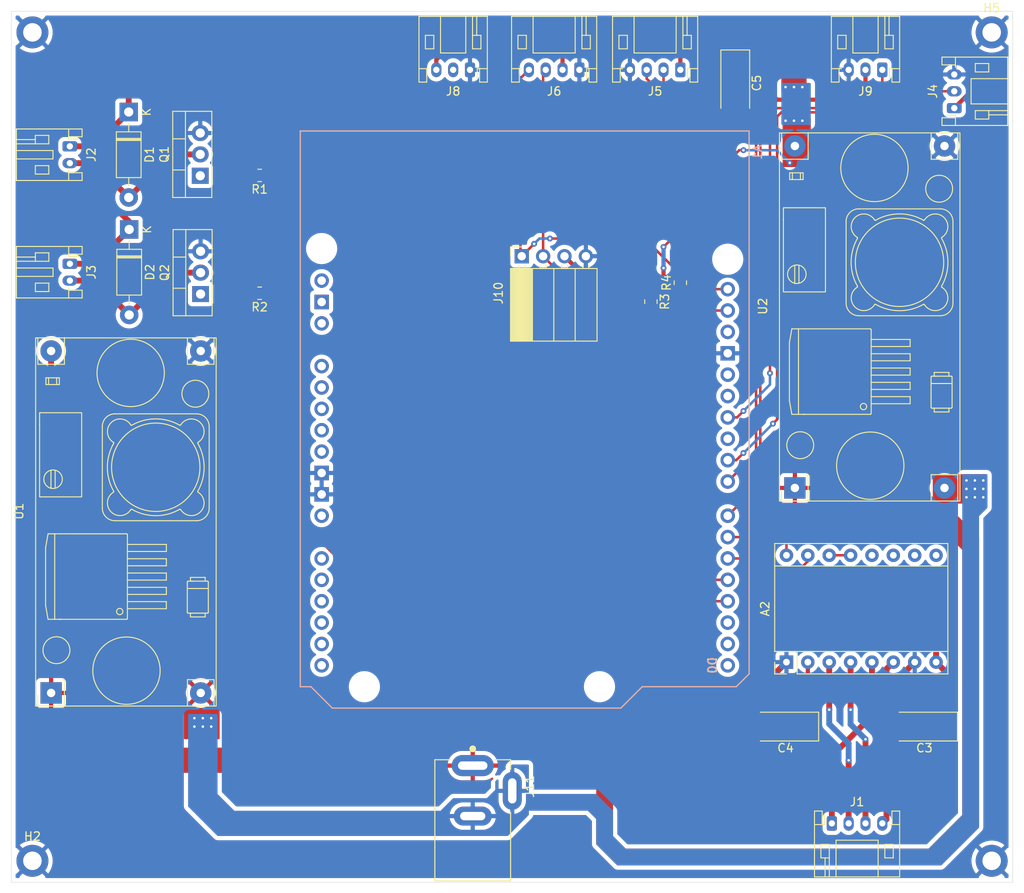
<source format=kicad_pcb>
(kicad_pcb (version 20240108) (generator "pcbnew") (generator_version "8.0")
  (layers (0 "F.Cu" signal) (31 "B.Cu" power) (34 "B.Paste" user) (35 "F.Paste" user) (36 "B.SilkS" user "B.Silkscreen") (37 "F.SilkS" user "F.Silkscreen") (38 "B.Mask" user) (39 "F.Mask" user) (44 "Edge.Cuts" user))
  (net 0 "")
  (net 1 "/SERVO_PWM")
  (net 7 "/DIR")
  (net 9 "/RELAY_CTRL")
  (net 10 "/TRG_ULT")
  (net 11 "GND")
  (net 15 "/ECH_ULT")
  (net 20 "/DHT_11")
  (net 21 "/STEP")
  (net 22 "Net-(J10-Pin_1)")
  (net 23 "/RTC_MOD")
  (net 26 "/SOL_CTRL1")
  (net 31 "/SOL_CTRL2")
  (net 34 "+12V")
  (net 35 "Net-(A2-1A)")
  (net 37 "Net-(A2-2B)")
  (net 39 "Net-(A2-1B)")
  (net 40 "/BRIDGE")
  (net 41 "Net-(A2-2A)")
  (net 43 "+5V")
  (net 44 "-24V")
  (net 45 "+24V")
  (net 46 "Net-(Q1-B)")
  (net 47 "Net-(Q2-B)")
  (net 48 "Net-(D1-A)")
  (net 49 "Net-(D2-A)")
  (footprint "Connector_JST:JST_PH_S4B-PH-K_1x04_P2.00mm_Horizontal" (layer "F.Cu") (at 123 48.95 180)
    (property "Reference" "J6" (at 3 -2.55 180) (layer "F.SilkS"))
    (property "Value" "W_LV_SENSOR")
    (pad "1" thru_hole roundrect (at 0 0 180) (size 1.2 1.75) (drill 0.75) (layers "*.Cu" "*.Mask") (roundrect_rratio 0.208333) (net 11 "GND"))
    (pad "2" thru_hole oval (at 2 0 180) (size 1.2 1.75) (drill 0.75) (layers "*.Cu" "*.Mask") (net 43 "+5V"))
    (pad "3" thru_hole oval (at 4 0 180) (size 1.2 1.75) (drill 0.75) (layers "*.Cu" "*.Mask") (net 23 "/RTC_MOD"))
    (pad "4" thru_hole oval (at 6 0 180) (size 1.2 1.75) (drill 0.75) (layers "*.Cu" "*.Mask") (net 22 "Net-(J10-Pin_1)"))
  )
  (footprint "Capacitor_Tantalum_SMD:CP_EIA-6032-28_Kemet-C_Pad2.25x2.35mm_HandSolder" (layer "F.Cu") (at 147.5 126.999999 180)
    (property "Reference" "C4" (at 0 -2.55 180) (layer "F.SilkS"))
    (property "Value" "100u")
    (pad "1" smd roundrect (at -2.55 0 180) (size 2.25 2.35) (layers "F.Cu" "F.Paste" "F.Mask") (roundrect_rratio 0.111111) (net 43 "+5V"))
    (pad "2" smd roundrect (at 2.55 0 180) (size 2.25 2.35) (layers "F.Cu" "F.Paste" "F.Mask") (roundrect_rratio 0.111111) (net 11 "GND"))
  )
  (footprint "Diode_THT:D_DO-41_SOD81_P10.16mm_Horizontal" (layer "F.Cu") (at 69.5 67.92 -90)
    (property "Reference" "D2" (at 5.08 -2.47 90) (layer "F.SilkS"))
    (property "Value" "1N4001")
    (fp_text user "K" (at 0 -2.1 90) (layer "F.SilkS"))
    (pad "1" thru_hole rect (at 0 0 270) (size 2.2 2.2) (drill 1.1) (layers "*.Cu" "*.Mask") (net 34 "+12V"))
    (pad "2" thru_hole oval (at 10.16 0 270) (size 2.2 2.2) (drill 1.1) (layers "*.Cu" "*.Mask") (net 49 "Net-(D2-A)"))
  )
  (footprint "Resistor_SMD:R_0805_2012Metric_Pad1.20x1.40mm_HandSolder" (layer "F.Cu") (at 135 74.25 90)
    (property "Reference" "R4" (at 0 -1.65 -90) (layer "F.SilkS"))
    (property "Value" "10k")
    (pad "1" smd roundrect (at -1 0 90) (size 1.2 1.4) (layers "F.Cu" "F.Paste" "F.Mask") (roundrect_rratio 0.208333) (net 43 "+5V"))
    (pad "2" smd roundrect (at 1 0 90) (size 1.2 1.4) (layers "F.Cu" "F.Paste" "F.Mask") (roundrect_rratio 0.208333) (net 22 "Net-(J10-Pin_1)"))
  )
  (footprint "Connector_JST:JST_PH_S4B-PH-K_1x04_P2.00mm_Horizontal" (layer "F.Cu") (at 153 138.5)
    (property "Reference" "J1" (at 3 -2.55 0) (layer "F.SilkS"))
    (property "Value" "STP_MTR")
    (pad "1" thru_hole roundrect (at 0 0) (size 1.2 1.75) (drill 0.75) (layers "*.Cu" "*.Mask") (roundrect_rratio 0.208333) (net 41 "Net-(A2-2A)"))
    (pad "2" thru_hole oval (at 2 0) (size 1.2 1.75) (drill 0.75) (layers "*.Cu" "*.Mask") (net 39 "Net-(A2-1B)"))
    (pad "3" thru_hole oval (at 4 0) (size 1.2 1.75) (drill 0.75) (layers "*.Cu" "*.Mask") (net 35 "Net-(A2-1A)"))
    (pad "4" thru_hole oval (at 6 0) (size 1.2 1.75) (drill 0.75) (layers "*.Cu" "*.Mask") (net 37 "Net-(A2-2B)"))
  )
  (footprint "Connector_JST:JST_PH_S3B-PH-K_1x03_P2.00mm_Horizontal" (layer "F.Cu") (at 159 48.95 180)
    (property "Reference" "J9" (at 2 -2.55 180) (layer "F.SilkS"))
    (property "Value" "SERVO_MTR")
    (pad "1" thru_hole roundrect (at 0 0 180) (size 1.2 1.75) (drill 0.75) (layers "*.Cu" "*.Mask") (roundrect_rratio 0.208333) (net 1 "/SERVO_PWM"))
    (pad "2" thru_hole oval (at 2 0 180) (size 1.2 1.75) (drill 0.75) (layers "*.Cu" "*.Mask") (net 34 "+12V"))
    (pad "3" thru_hole oval (at 4 0 180) (size 1.2 1.75) (drill 0.75) (layers "*.Cu" "*.Mask") (net 11 "GND"))
  )
  (footprint "Connector_JST:JST_PH_S2B-PH-K_1x02_P2.00mm_Horizontal" (layer "F.Cu") (at 62.445 58.04 -90)
    (property "Reference" "J2" (at 1 -2.55 90) (layer "F.SilkS"))
    (property "Value" "SOL_CTRL1")
    (pad "1" thru_hole roundrect (at 0 0 270) (size 1.2 1.75) (drill 0.75) (layers "*.Cu" "*.Mask") (roundrect_rratio 0.208333) (net 34 "+12V"))
    (pad "2" thru_hole oval (at 2 0 270) (size 1.2 1.75) (drill 0.75) (layers "*.Cu" "*.Mask") (net 48 "Net-(D1-A)"))
  )
  (footprint "LM2596:YAAJ_DCDC_StepDown_LM2596" (layer "F.Cu") (at 60.22 123 90)
    (property "Reference" "U1" (at 21.59 -3.81 -90) (layer "F.SilkS"))
    (property "Value" "LM2596_DCDC")
    (pad "1" thru_hole rect (at 0 0 90) (size 2.54 2.54) (drill 1) (layers "*.Cu" "*.Mask") (net 45 "+24V"))
    (pad "2" thru_hole circle (at 0 17.78 90) (size 2.54 2.54) (drill 1) (layers "*.Cu" "*.Mask") (net 44 "-24V"))
    (pad "3" thru_hole circle (at 40.64 17.78 90) (size 2.54 2.54) (drill 1) (layers "*.Cu" "*.Mask") (net 11 "GND"))
    (pad "4" thru_hole circle (at 40.64 0 90) (size 2.54 2.54) (drill 1) (layers "*.Cu" "*.Mask") (net 34 "+12V"))
  )
  (footprint "Connector_JST:JST_PH_S3B-PH-K_1x03_P2.00mm_Horizontal" (layer "F.Cu") (at 167.55 53.5 90)
    (property "Reference" "J4" (at 2 -2.55 -90) (layer "F.SilkS"))
    (property "Value" "DC-PUMP_REL")
    (pad "1" thru_hole roundrect (at 0 0 90) (size 1.2 1.75) (drill 0.75) (layers "*.Cu" "*.Mask") (roundrect_rratio 0.208333) (net 43 "+5V"))
    (pad "2" thru_hole oval (at 2 0 90) (size 1.2 1.75) (drill 0.75) (layers "*.Cu" "*.Mask") (net 9 "/RELAY_CTRL"))
    (pad "3" thru_hole oval (at 4 0 90) (size 1.2 1.75) (drill 0.75) (layers "*.Cu" "*.Mask") (net 11 "GND"))
  )
  (footprint "MountingHole:MountingHole_2.2mm_M2_DIN965_Pad" (layer "F.Cu") (at 58 142.95)
    (property "Reference" "H2" (at 0 -2.9 0) (layer "F.SilkS"))
    (property "Value" "MountingHole_Pad" (hide yes))
    (pad "1" thru_hole circle (at 0 0) (size 3.8 3.8) (drill 2.2) (layers "*.Cu" "*.Mask") (net 11 "GND"))
  )
  (footprint "MountingHole:MountingHole_2.2mm_M2_DIN965_Pad" (layer "F.Cu") (at 58 44.5)
    (property "Reference" "H1" (hide yes))
    (property "Value" "MountingHole_Pad" (hide yes))
    (pad "1" thru_hole circle (at 0 0) (size 3.8 3.8) (drill 2.2) (layers "*.Cu" "*.Mask") (net 11 "GND"))
  )
  (footprint "Connector_JST:JST_PH_S3B-PH-K_1x03_P2.00mm_Horizontal" (layer "F.Cu") (at 110 48.95 180)
    (property "Reference" "J8" (at 2 -2.55 180) (layer "F.SilkS"))
    (property "Value" "DHT_11")
    (pad "1" thru_hole roundrect (at 0 0 180) (size 1.2 1.75) (drill 0.75) (layers "*.Cu" "*.Mask") (roundrect_rratio 0.208333) (net 11 "GND"))
    (pad "2" thru_hole oval (at 2 0 180) (size 1.2 1.75) (drill 0.75) (layers "*.Cu" "*.Mask") (net 20 "/DHT_11"))
    (pad "3" thru_hole oval (at 4 0 180) (size 1.2 1.75) (drill 0.75) (layers "*.Cu" "*.Mask") (net 43 "+5V"))
  )
  (footprint "Capacitor_Tantalum_SMD:CP_EIA-6032-28_Kemet-C_Pad2.25x2.35mm_HandSolder" (layer "F.Cu") (at 164 127 180)
    (property "Reference" "C3" (at 0 -2.55 180) (layer "F.SilkS"))
    (property "Value" "100u")
    (pad "1" smd roundrect (at -2.55 0 180) (size 2.25 2.35) (layers "F.Cu" "F.Paste" "F.Mask") (roundrect_rratio 0.111111) (net 34 "+12V"))
    (pad "2" smd roundrect (at 2.55 0 180) (size 2.25 2.35) (layers "F.Cu" "F.Paste" "F.Mask") (roundrect_rratio 0.111111) (net 11 "GND"))
  )
  (footprint "Connector_JST:JST_PH_S2B-PH-K_1x02_P2.00mm_Horizontal" (layer "F.Cu") (at 62.45 72 -90)
    (property "Reference" "J3" (at 1 -2.55 90) (layer "F.SilkS"))
    (property "Value" "SOL_CTRL2")
    (pad "1" thru_hole roundrect (at 0 0 270) (size 1.2 1.75) (drill 0.75) (layers "*.Cu" "*.Mask") (roundrect_rratio 0.208333) (net 34 "+12V"))
    (pad "2" thru_hole oval (at 2 0 270) (size 1.2 1.75) (drill 0.75) (layers "*.Cu" "*.Mask") (net 49 "Net-(D2-A)"))
  )
  (footprint "Resistor_SMD:R_0805_2012Metric_Pad1.20x1.40mm_HandSolder" (layer "F.Cu") (at 85 61.5 180)
    (property "Reference" "R1" (at 0 -1.65 180) (layer "F.SilkS"))
    (property "Value" "1k")
    (pad "1" smd roundrect (at -1 0 180) (size 1.2 1.4) (layers "F.Cu" "F.Paste" "F.Mask") (roundrect_rratio 0.208333) (net 31 "/SOL_CTRL2"))
    (pad "2" smd roundrect (at 1 0 180) (size 1.2 1.4) (layers "F.Cu" "F.Paste" "F.Mask") (roundrect_rratio 0.208333) (net 46 "Net-(Q1-B)"))
  )
  (footprint "PCM_arduino-library:Arduino_Uno_R4_WiFi_Shield" (layer "F.Cu") (at 89.83 56.219881 -90)
    (property "Reference" "A1" (at 2.54 -54.356 90) (layer "B.SilkS") (effects (justify mirror)))
    (property "Value" "Arduino_Uno_R4_WiFi_Shield")
    (fp_text user "D0" (at 63.5 -48.895 -90) (layer "B.SilkS") (effects (justify mirror)))
    (fp_text user "D0" (at 63.5 -48.895 -90) (layer "F.SilkS"))
    (pad "" np_thru_hole circle (at 13.97 -2.54 270) (size 3.2 3.2) (drill 3.2) (layers "*.Cu" "*.Mask"))
    (pad "" np_thru_hole circle (at 15.24 -50.8 270) (size 3.2 3.2) (drill 3.2) (layers "*.Cu" "*.Mask"))
    (pad "" np_thru_hole circle (at 66.04 -35.56 270) (size 3.2 3.2) (drill 3.2) (layers "*.Cu" "*.Mask"))
    (pad "" np_thru_hole circle (at 66.04 -7.62 270) (size 3.2 3.2) (drill 3.2) (layers "*.Cu" "*.Mask"))
    (pad "3V3" thru_hole oval (at 35.56 -2.54 270) (size 1.7272 1.7272) (drill 1.016) (layers "*.Cu" "*.Mask"))
    (pad "5V1" thru_hole oval (at 38.1 -2.54 270) (size 1.7272 1.7272) (drill 1.016) (layers "*.Cu" "*.Mask"))
    (pad "A0" thru_hole oval (at 50.8 -2.54 270) (size 1.7272 1.7272) (drill 1.016) (layers "*.Cu" "*.Mask"))
    (pad "A1" thru_hole oval (at 53.34 -2.54 270) (size 1.7272 1.7272) (drill 1.016) (layers "*.Cu" "*.Mask"))
    (pad "A2" thru_hole oval (at 55.88 -2.54 270) (size 1.7272 1.7272) (drill 1.016) (layers "*.Cu" "*.Mask"))
    (pad "A3" thru_hole oval (at 58.42 -2.54 270) (size 1.7272 1.7272) (drill 1.016) (layers "*.Cu" "*.Mask"))
    (pad "A4" thru_hole oval (at 60.96 -2.54 270) (size 1.7272 1.7272) (drill 1.016) (layers "*.Cu" "*.Mask"))
    (pad "A5" thru_hole oval (at 63.5 -2.54 270) (size 1.7272 1.7272) (drill 1.016) (layers "*.Cu" "*.Mask"))
    (pad "AREF" thru_hole oval (at 23.876 -50.8 270) (size 1.7272 1.7272) (drill 1.016) (layers "*.Cu" "*.Mask"))
    (pad "BOOT" thru_hole oval (at 27.94 -2.54 270) (size 1.7272 1.7272) (drill 1.016) (layers "*.Cu" "*.Mask"))
    (pad "D0" thru_hole oval (at 63.5 -50.8 270) (size 1.7272 1.7272) (drill 1.016) (layers "*.Cu" "*.Mask"))
    (pad "D1" thru_hole oval (at 60.96 -50.8 270) (size 1.7272 1.7272) (drill 1.016) (layers "*.Cu" "*.Mask"))
    (pad "D2" thru_hole oval (at 58.42 -50.8 270) (size 1.7272 1.7272) (drill 1.016) (layers "*.Cu" "*.Mask"))
    (pad "D3" thru_hole oval (at 55.88 -50.8 270) (size 1.7272 1.7272) (drill 1.016) (layers "*.Cu" "*.Mask") (net 26 "/SOL_CTRL1"))
    (pad "D4" thru_hole oval (at 53.34 -50.8 270) (size 1.7272 1.7272) (drill 1.016) (layers "*.Cu" "*.Mask") (net 31 "/SOL_CTRL2"))
    (pad "D5" thru_hole oval (at 50.8 -50.8 270) (size 1.7272 1.7272) (drill 1.016) (layers "*.Cu" "*.Mask") (net 21 "/STEP"))
    (pad "D6" thru_hole oval (at 48.26 -50.8 270) (size 1.7272 1.7272) (drill 1.016) (layers "*.Cu" "*.Mask") (net 7 "/DIR"))
    (pad "D7" thru_hole oval (at 45.72 -50.8 270) (size 1.7272 1.7272) (drill 1.016) (layers "*.Cu" "*.Mask") (net 10 "/TRG_ULT"))
    (pad "D8" thru_hole oval (at 41.656 -50.8 270) (size 1.7272 1.7272) (drill 1.016) (layers "*.Cu" "*.Mask") (net 15 "/ECH_ULT"))
    (pad "D9" thru_hole oval (at 39.116 -50.8 270) (size 1.7272 1.7272) (drill 1.016) (layers "*.Cu" "*.Mask") (net 9 "/RELAY_CTRL"))
    (pad "D10" thru_hole oval (at 36.576 -50.8 270) (size 1.7272 1.7272) (drill 1.016) (layers "*.Cu" "*.Mask"))
    (pad "D11" thru_hole oval (at 34.036 -50.8 270) (size 1.7272 1.7272) (drill 1.016) (layers "*.Cu" "*.Mask") (net 1 "/SERVO_PWM"))
    (pad "D12" thru_hole oval (at 31.496 -50.8 270) (size 1.7272 1.7272) (drill 1.016) (layers "*.Cu" "*.Mask"))
    (pad "D13" thru_hole oval (at 28.956 -50.8 270) (size 1.7272 1.7272) (drill 1.016) (layers "*.Cu" "*.Mask") (net 20 "/DHT_11"))
    (pad "GND1" thru_hole rect (at 26.416 -50.8 270) (size 1.7272 1.7272) (drill 1.016) (layers "*.Cu" "*.Mask") (net 11 "GND"))
    (pad "GND2" thru_hole rect (at 40.64 -2.54 270) (size 1.7272 1.7272) (drill 1.016) (layers "*.Cu" "*.Mask") (net 11 "GND"))
    (pad "GND3" thru_hole rect (at 43.18 -2.54 270) (size 1.7272 1.7272) (drill 1.016) (layers "*.Cu" "*.Mask") (net 11 "GND"))
    (pad "GND5" thru_hole rect (at 20.32 -2.54 270) (size 1.7272 1.7272) (drill 1.016) (layers "*.Cu" "*.Mask"))
    (pad "IORF" thru_hole oval (at 30.48 -2.54 270) (size 1.7272 1.7272) (drill 1.016) (layers "*.Cu" "*.Mask"))
    (pad "OFF" thru_hole oval (at 17.78 -2.54 270) (size 1.7272 1.7272) (drill 1.016) (layers "*.Cu" "*.Mask"))
    (pad "RST1" thru_hole oval (at 33.02 -2.54 270) (size 1.7272 1.7272) (drill 1.016) (layers "*.Cu" "*.Mask"))
    (pad "SCL" thru_hole oval (at 18.796 -50.8 270) (size 1.7272 1.7272) (drill 1.016) (layers "*.Cu" "*.Mask") (net 22 "Net-(J10-Pin_1)"))
    (pad "SDA" thru_hole oval (at 21.336 -50.8 270) (size 1.7272 1.7272) (drill 1.016) (layers "*.Cu" "*.Mask") (net 23 "/RTC_MOD"))
    (pad "VBAT" thru_hole oval (at 22.86 -2.54 270) (size 1.7272 1.7272) (drill 1.016) (layers "*.Cu" "*.Mask"))
    (pad "VIN" thru_hole oval (at 45.72 -2.54 270) (size 1.7272 1.7272) (drill 1.016) (layers "*.Cu" "*.Mask") (net 43 "+5V"))
  )
  (footprint "Resistor_SMD:R_0805_2012Metric_Pad1.20x1.40mm_HandSolder" (layer "F.Cu") (at 85 75.5 180)
    (property "Reference" "R2" (at 0 -1.65 180) (layer "F.SilkS"))
    (property "Value" "1k")
    (pad "1" smd roundrect (at -1 0 180) (size 1.2 1.4) (layers "F.Cu" "F.Paste" "F.Mask") (roundrect_rratio 0.208333) (net 26 "/SOL_CTRL1"))
    (pad "2" smd roundrect (at 1 0 180) (size 1.2 1.4) (layers "F.Cu" "F.Paste" "F.Mask") (roundrect_rratio 0.208333) (net 47 "Net-(Q2-B)"))
  )
  (footprint "Connector_JST:JST_PH_S4B-PH-K_1x04_P2.00mm_Horizontal" (layer "F.Cu") (at 135 48.95 180)
    (property "Reference" "J5" (at 3 -2.55 180) (layer "F.SilkS"))
    (property "Value" "ULT_SNR")
    (pad "1" thru_hole roundrect (at 0 0 180) (size 1.2 1.75) (drill 0.75) (layers "*.Cu" "*.Mask") (roundrect_rratio 0.208333) (net 43 "+5V"))
    (pad "2" thru_hole oval (at 2 0 180) (size 1.2 1.75) (drill 0.75) (layers "*.Cu" "*.Mask") (net 10 "/TRG_ULT"))
    (pad "3" thru_hole oval (at 4 0 180) (size 1.2 1.75) (drill 0.75) (layers "*.Cu" "*.Mask") (net 15 "/ECH_ULT"))
    (pad "4" thru_hole oval (at 6 0 180) (size 1.2 1.75) (drill 0.75) (layers "*.Cu" "*.Mask") (net 11 "GND"))
  )
  (footprint "Module:Pololu_Breakout-16_15.2x20.3mm" (layer "F.Cu") (at 147.61 119.34 90)
    (property "Reference" "A2" (at 6.35 -2.54 -90) (layer "F.SilkS"))
    (property "Value" "Pololu_Breakout_A4988")
    (pad "1" thru_hole rect (at 0 0 90) (size 1.6 1.6) (drill 0.8) (layers "*.Cu" "*.Mask") (net 11 "GND"))
    (pad "2" thru_hole oval (at 0 2.54 90) (size 1.6 1.6) (drill 0.8) (layers "*.Cu" "*.Mask") (net 43 "+5V"))
    (pad "3" thru_hole oval (at 0 5.08 90) (size 1.6 1.6) (drill 0.8) (layers "*.Cu" "*.Mask") (net 39 "Net-(A2-1B)"))
    (pad "4" thru_hole oval (at 0 7.62 90) (size 1.6 1.6) (drill 0.8) (layers "*.Cu" "*.Mask") (net 35 "Net-(A2-1A)"))
    (pad "5" thru_hole oval (at 0 10.16 90) (size 1.6 1.6) (drill 0.8) (layers "*.Cu" "*.Mask") (net 41 "Net-(A2-2A)"))
    (pad "6" thru_hole oval (at 0 12.7 90) (size 1.6 1.6) (drill 0.8) (layers "*.Cu" "*.Mask") (net 37 "Net-(A2-2B)"))
    (pad "7" thru_hole oval (at 0 15.24 90) (size 1.6 1.6) (drill 0.8) (layers "*.Cu" "*.Mask") (net 11 "GND"))
    (pad "8" thru_hole oval (at 0 17.78 90) (size 1.6 1.6) (drill 0.8) (layers "*.Cu" "*.Mask") (net 34 "+12V"))
    (pad "9" thru_hole oval (at 12.7 17.78 90) (size 1.6 1.6) (drill 0.8) (layers "*.Cu" "*.Mask"))
    (pad "10" thru_hole oval (at 12.7 15.24 90) (size 1.6 1.6) (drill 0.8) (layers "*.Cu" "*.Mask"))
    (pad "11" thru_hole oval (at 12.7 12.7 90) (size 1.6 1.6) (drill 0.8) (layers "*.Cu" "*.Mask"))
    (pad "12" thru_hole oval (at 12.7 10.16 90) (size 1.6 1.6) (drill 0.8) (layers "*.Cu" "*.Mask"))
    (pad "13" thru_hole oval (at 12.7 7.62 90) (size 1.6 1.6) (drill 0.8) (layers "*.Cu" "*.Mask") (net 40 "/BRIDGE"))
    (pad "14" thru_hole oval (at 12.7 5.08 90) (size 1.6 1.6) (drill 0.8) (layers "*.Cu" "*.Mask") (net 40 "/BRIDGE"))
    (pad "15" thru_hole oval (at 12.7 2.54 90) (size 1.6 1.6) (drill 0.8) (layers "*.Cu" "*.Mask") (net 21 "/STEP"))
    (pad "16" thru_hole oval (at 12.7 0 90) (size 1.6 1.6) (drill 0.8) (layers "*.Cu" "*.Mask") (net 7 "/DIR"))
  )
  (footprint "Connector_PinSocket_2.54mm:PinSocket_1x04_P2.54mm_Horizontal" (layer "F.Cu") (at 116.15 71.1 90)
    (property "Reference" "J10" (at -4.38 -2.77 -90) (layer "F.SilkS"))
    (property "Value" "RTC_MODULE")
    (pad "1" thru_hole rect (at 0 0 90) (size 1.7 1.7) (drill 1) (layers "*.Cu" "*.Mask") (net 22 "Net-(J10-Pin_1)"))
    (pad "2" thru_hole oval (at 0 2.54 90) (size 1.7 1.7) (drill 1) (layers "*.Cu" "*.Mask") (net 23 "/RTC_MOD"))
    (pad "3" thru_hole oval (at 0 5.08 90) (size 1.7 1.7) (drill 1) (layers "*.Cu" "*.Mask") (net 43 "+5V"))
    (pad "4" thru_hole oval (at 0 7.62 90) (size 1.7 1.7) (drill 1) (layers "*.Cu" "*.Mask") (net 11 "GND"))
  )
  (footprint "Package_TO_SOT_THT:TO-220-3_Vertical" (layer "F.Cu") (at 77.945 61.54 90)
    (property "Reference" "Q1" (at 2.54 -4.27 -90) (layer "F.SilkS"))
    (property "Value" "TIP120")
    (pad "1" thru_hole rect (at 0 0 90) (size 1.905 2) (drill 1.1) (layers "*.Cu" "*.Mask") (net 46 "Net-(Q1-B)"))
    (pad "2" thru_hole oval (at 2.54 0 90) (size 1.905 2) (drill 1.1) (layers "*.Cu" "*.Mask") (net 48 "Net-(D1-A)"))
    (pad "3" thru_hole oval (at 5.08 0 90) (size 1.905 2) (drill 1.1) (layers "*.Cu" "*.Mask") (net 11 "GND"))
  )
  (footprint "Resistor_SMD:R_0805_2012Metric_Pad1.20x1.40mm_HandSolder" (layer "F.Cu") (at 131.5 76.5 -90)
    (property "Reference" "R3" (at 0 -1.65 90) (layer "F.SilkS"))
    (property "Value" "10k")
    (pad "1" smd roundrect (at -1 0 270) (size 1.2 1.4) (layers "F.Cu" "F.Paste" "F.Mask") (roundrect_rratio 0.208333) (net 43 "+5V"))
    (pad "2" smd roundrect (at 1 0 270) (size 1.2 1.4) (layers "F.Cu" "F.Paste" "F.Mask") (roundrect_rratio 0.208333) (net 23 "/RTC_MOD"))
  )
  (footprint "Barrel Jack:CUI_PJ-002A" (layer "F.Cu") (at 110.325 131.6375 -90)
    (property "Reference" "J11" (at 2.487052 -6.770615 90) (layer "F.SilkS") (effects (font (size 1.000827 1.000827))))
    (property "Value" "Barrel_Jack_Switch")
    (pad "1" thru_hole oval (at 0 0 270) (size 2.5 5) (drill oval 1 3.5) (layers "*.Cu" "*.Mask") (net 45 "+24V"))
    (pad "2" thru_hole oval (at 6 0 270) (size 2.25 4.5) (drill oval 1 3) (layers "*.Cu" "*.Mask") (net 44 "-24V"))
    (pad "3" thru_hole oval (at 3 -4.7 270) (size 4.5 2.25) (drill oval 3 1) (layers "*.Cu" "*.Mask") (net 44 "-24V"))
  )
  (footprint "MountingHole:MountingHole_2.2mm_M2_DIN965_Pad" (layer "F.Cu") (at 172 142.95)
    (property "Reference" "H3" (hide yes))
    (property "Value" "MountingHole_Pad" (hide yes))
    (pad "1" thru_hole circle (at 0 0) (size 3.8 3.8) (drill 2.2) (layers "*.Cu" "*.Mask") (net 11 "GND"))
  )
  (footprint "MountingHole:MountingHole_2.2mm_M2_DIN965_Pad" (layer "F.Cu") (at 172 44.5)
    (property "Reference" "H5" (at 0 -2.9 0) (layer "F.SilkS"))
    (property "Value" "MountingHole_Pad" (hide yes))
    (pad "1" thru_hole circle (at 0 0) (size 3.8 3.8) (drill 2.2) (layers "*.Cu" "*.Mask") (net 11 "GND"))
  )
  (footprint "LM2596:YAAJ_DCDC_StepDown_LM2596" (layer "F.Cu") (at 148.61 98.64 90)
    (property "Reference" "U2" (at 21.59 -3.81 -90) (layer "F.SilkS"))
    (property "Value" "LM2596_DCDC")
    (pad "1" thru_hole rect (at 0 0 90) (size 2.54 2.54) (drill 1) (layers "*.Cu" "*.Mask") (net 45 "+24V"))
    (pad "2" thru_hole circle (at 0 17.78 90) (size 2.54 2.54) (drill 1) (layers "*.Cu" "*.Mask") (net 44 "-24V"))
    (pad "3" thru_hole circle (at 40.64 17.78 90) (size 2.54 2.54) (drill 1) (layers "*.Cu" "*.Mask") (net 11 "GND"))
    (pad "4" thru_hole circle (at 40.64 0 90) (size 2.54 2.54) (drill 1) (layers "*.Cu" "*.Mask") (net 43 "+5V"))
  )
  (footprint "Diode_THT:D_DO-41_SOD81_P10.16mm_Horizontal" (layer "F.Cu") (at 69.445 53.96 -90)
    (property "Reference" "D1" (at 5.08 -2.47 90) (layer "F.SilkS"))
    (property "Value" "1N4001")
    (fp_text user "K" (at 0 -2.1 90) (layer "F.SilkS"))
    (pad "1" thru_hole rect (at 0 0 270) (size 2.2 2.2) (drill 1.1) (layers "*.Cu" "*.Mask") (net 34 "+12V"))
    (pad "2" thru_hole oval (at 10.16 0 270) (size 2.2 2.2) (drill 1.1) (layers "*.Cu" "*.Mask") (net 48 "Net-(D1-A)"))
  )
  (footprint "Package_TO_SOT_THT:TO-220-3_Vertical" (layer "F.Cu") (at 77.985 75.595 90)
    (property "Reference" "Q2" (at 2.54 -4.27 -90) (layer "F.SilkS"))
    (property "Value" "TIP120")
    (pad "1" thru_hole rect (at 0 0 90) (size 1.905 2) (drill 1.1) (layers "*.Cu" "*.Mask") (net 47 "Net-(Q2-B)"))
    (pad "2" thru_hole oval (at 2.54 0 90) (size 1.905 2) (drill 1.1) (layers "*.Cu" "*.Mask") (net 49 "Net-(D2-A)"))
    (pad "3" thru_hole oval (at 5.08 0 90) (size 1.905 2) (drill 1.1) (layers "*.Cu" "*.Mask") (net 11 "GND"))
  )
  (footprint "Capacitor_Tantalum_SMD:CP_EIA-6032-28_Kemet-C_Pad2.25x2.35mm_HandSolder" (layer "F.Cu") (at 141.525 50.525 -90)
    (property "Reference" "C5" (at 0 -2.55 90) (layer "F.SilkS"))
    (property "Value" "100u")
    (pad "1" smd roundrect (at -2.55 0 270) (size 2.25 2.35) (layers "F.Cu" "F.Paste" "F.Mask") (roundrect_rratio 0.111111) (net 34 "+12V"))
    (pad "2" smd roundrect (at 2.55 0 270) (size 2.25 2.35) (layers "F.Cu" "F.Paste" "F.Mask") (roundrect_rratio 0.111111) (net 11 "GND"))
  )
  (gr_rect (start 55.5 42) (end 174.5 145.5) (stroke (width 0.05)) (fill none) (layer "Edge.Cuts"))
  (segment (start 145.65 85) (end 145.65 54.35) (width 0.3) (layer "F.Cu") (net 1))
  (segment (start 142.5 89.5) (end 141.744119 90.255881) (width 0.3) (layer "F.Cu") (net 1))
  (segment (start 145.65 54.35) (end 146.5 53.5) (width 0.3) (layer "F.Cu") (net 1))
  (segment (start 156.5 53.5) (end 159 51) (width 0.3) (layer "F.Cu") (net 1))
  (segment (start 146.5 53.5) (end 156.5 53.5) (width 0.3) (layer "F.Cu") (net 1))
  (segment (start 141.744119 90.255881) (end 140.63 90.255881) (width 0.3) (layer "F.Cu") (net 1))
  (segment (start 159 51) (end 159 48.95) (width 0.3) (layer "F.Cu") (net 1))
  (via blind (at 142.5 89.5) (size 0.7) (drill 0.3) (layers "F.Cu" "B.Cu") (net 1))
  (via blind (at 145.65 85) (size 0.7) (drill 0.3) (layers "F.Cu" "B.Cu") (net 1))
  (segment (start 145.65 86.35) (end 145.65 85) (width 0.3) (layer "B.Cu") (net 1))
  (segment (start 142.5 89.5) (end 145.65 86.35) (width 0.3) (layer "B.Cu") (net 1))
  (segment (start 147.61 106.64) (end 147.61 105.11) (width 0.3) (layer "F.Cu") (net 7))
  (segment (start 147.61 105.11) (end 146.979881 104.479881) (width 0.3) (layer "F.Cu") (net 7))
  (segment (start 146.979881 104.479881) (end 140.63 104.479881) (width 0.3) (layer "F.Cu") (net 7))
  (segment (start 159.207106 51.5) (end 167.55 51.5) (width 0.3) (layer "F.Cu") (net 9))
  (segment (start 146.5 90.5) (end 146.5 54.5) (width 0.3) (layer "F.Cu") (net 9))
  (segment (start 146.5 54.5) (end 147 54) (width 0.3) (layer "F.Cu") (net 9))
  (segment (start 146 91) (end 146.5 90.5) (width 0.3) (layer "F.Cu") (net 9))
  (segment (start 156.707106 54) (end 159.207106 51.5) (width 0.3) (layer "F.Cu") (net 9))
  (segment (start 141.647059 95.335881) (end 140.63 95.335881) (width 0.3) (layer "F.Cu") (net 9))
  (segment (start 147 54) (end 156.707106 54) (width 0.3) (layer "F.Cu") (net 9))
  (segment (start 142.49147 94.49147) (end 141.647059 95.335881) (width 0.3) (layer "F.Cu") (net 9))
  (via blind (at 146 91) (size 0.7) (drill 0.3) (layers "F.Cu" "B.Cu") (net 9))
  (via blind (at 142.49147 94.49147) (size 0.7) (drill 0.3) (layers "F.Cu" "B.Cu") (net 9))
  (segment (start 142.50853 94.49147) (end 146 91) (width 0.3) (layer "B.Cu") (net 9))
  (segment (start 142.49147 94.49147) (end 142.50853 94.49147) (width 0.3) (layer "B.Cu") (net 9))
  (segment (start 133 51.292894) (end 136.707106 55) (width 0.3) (layer "F.Cu") (net 10))
  (segment (start 144.5 55.646447) (end 144.5 98.069881) (width 0.3) (layer "F.Cu") (net 10))
  (segment (start 136.707106 55) (end 143.853553 55) (width 0.3) (layer "F.Cu") (net 10))
  (segment (start 144.5 98.069881) (end 140.63 101.939881) (width 0.3) (layer "F.Cu") (net 10))
  (segment (start 143.853553 55) (end 144.5 55.646447) (width 0.3) (layer "F.Cu") (net 10))
  (segment (start 133 48.95) (end 133 51.292894) (width 0.3) (layer "F.Cu") (net 10))
  (segment (start 144.95 122) (end 147.61 119.34) (width 0.7) (layer "F.Cu") (net 11))
  (segment (start 161.45 127) (end 161.45 120.74) (width 0.7) (layer "F.Cu") (net 11))
  (segment (start 144.95 126.999999) (end 144.95 122) (width 0.7) (layer "F.Cu") (net 11))
  (segment (start 162.88238 119.37238) (end 162.85 119.34) (width 0.7) (layer "F.Cu") (net 11))
  (segment (start 161.45 120.74) (end 162.85 119.34) (width 0.7) (layer "F.Cu") (net 11))
  (segment (start 131 50) (end 136.5 55.5) (width 0.3) (layer "F.Cu") (net 15))
  (segment (start 143.646447 55.5) (end 144 55.853553) (width 0.3) (layer "F.Cu") (net 15))
  (segment (start 144 55.853553) (end 144 94.505881) (width 0.3) (layer "F.Cu") (net 15))
  (segment (start 131 48.95) (end 131 50) (width 0.3) (layer "F.Cu") (net 15))
  (segment (start 136.5 55.5) (end 143.646447 55.5) (width 0.3) (layer "F.Cu") (net 15))
  (segment (start 144 94.505881) (end 140.63 97.875881) (width 0.3) (layer "F.Cu") (net 15))
  (segment (start 146.5 108.5) (end 149 108.5) (width 0.3) (layer "F.Cu") (net 21))
  (segment (start 150.15 107.35) (end 150.15 106.64) (width 0.3) (layer "F.Cu") (net 21))
  (segment (start 145.019881 107.019881) (end 146.5 108.5) (width 0.3) (layer "F.Cu") (net 21))
  (segment (start 149 108.5) (end 150.15 107.35) (width 0.3) (layer "F.Cu") (net 21))
  (segment (start 140.63 107.019881) (end 145.019881 107.019881) (width 0.3) (layer "F.Cu") (net 21))
  (segment (start 117 48.95) (end 116 49.95) (width 0.3) (layer "F.Cu") (net 22))
  (segment (start 139.015881 75.015881) (end 137.25 73.25) (width 0.3) (layer "F.Cu") (net 22))
  (segment (start 117.625 69.625) (end 116.15 71.1) (width 0.3) (layer "F.Cu") (net 22))
  (segment (start 137.25 73.25) (end 135 73.25) (width 0.3) (layer "F.Cu") (net 22))
  (segment (start 116 70.95) (end 116.15 71.1) (width 0.3) (layer "F.Cu") (net 22))
  (segment (start 140.63 75.015881) (end 139.015881 75.015881) (width 0.3) (layer "F.Cu") (net 22))
  (segment (start 116 49.95) (end 116 70.95) (width 0.3) (layer "F.Cu") (net 22))
  (segment (start 130.75 69) (end 119.5 69) (width 0.3) (layer "F.Cu") (net 22))
  (segment (start 135 73.25) (end 130.75 69) (width 0.3) (layer "F.Cu") (net 22))
  (via (at 117.625 69.625) (size 0.7) (drill 0.3) (layers "F.Cu" "B.Cu") (net 22))
  (via (at 119.5 69) (size 0.7) (drill 0.3) (layers "F.Cu" "B.Cu") (net 22))
  (segment (start 118.25 69) (end 119.5 69) (width 0.3) (layer "B.Cu") (net 22))
  (segment (start 117.625 69.625) (end 118.25 69) (width 0.3) (layer "B.Cu") (net 22))
  (segment (start 118.69 71.1) (end 125.09 77.5) (width 0.3) (layer "F.Cu") (net 23))
  (segment (start 118.69 71.1) (end 118.69 49.26) (width 0.3) (layer "F.Cu") (net 23))
  (segment (start 125.09 77.5) (end 131.5 77.5) (width 0.3) (layer "F.Cu") (net 23))
  (segment (start 140.63 77.555881) (end 131.555881 77.555881) (width 0.3) (layer "F.Cu") (net 23))
  (segment (start 131.555881 77.555881) (end 131.5 77.5) (width 0.3) (layer "F.Cu") (net 23))
  (segment (start 118.69 49.26) (end 119 48.95) (width 0.3) (layer "F.Cu") (net 23))
  (segment (start 86 75.5) (end 86 98.707106) (width 0.3) (layer "F.Cu") (net 26))
  (segment (start 86 98.707106) (end 99.392775 112.099881) (width 0.3) (layer "F.Cu") (net 26))
  (segment (start 99.392775 112.099881) (end 140.63 112.099881) (width 0.3) (layer "F.Cu") (net 26))
  (segment (start 87 61.5) (end 86 61.5) (width 0.3) (layer "F.Cu") (net 31))
  (segment (start 140.63 109.559881) (end 97.559881 109.559881) (width 0.3) (layer "F.Cu") (net 31))
  (segment (start 88.5 100.5) (end 88.5 63) (width 0.3) (layer "F.Cu") (net 31))
  (segment (start 88.5 63) (end 87 61.5) (width 0.3) (layer "F.Cu") (net 31))
  (segment (start 97.559881 109.559881) (end 88.5 100.5) (width 0.3) (layer "F.Cu") (net 31))
  (segment (start 62.445 58.04) (end 65.365 58.04) (width 0.7) (layer "F.Cu") (net 34))
  (segment (start 146.5 52.5) (end 155.5 52.5) (width 0.5) (layer "F.Cu") (net 34))
  (segment (start 143.5 122) (end 139 126.5) (width 0.7) (layer "F.Cu") (net 34))
  (segment (start 157 51) (end 157 48.95) (width 0.5) (layer "F.Cu") (net 34))
  (segment (start 58.5 66) (end 68.5 66) (width 0.7) (layer "F.Cu") (net 34))
  (segment (start 166.5 126.95) (end 166.55 127) (width 0.7) (layer "F.Cu") (net 34))
  (segment (start 139 126.5) (end 93.5 126.5) (width 0.7) (layer "F.Cu") (net 34))
  (segment (start 69.5 67.92) (end 65.42 72) (width 0.7) (layer "F.Cu") (net 34))
  (segment (start 93.5 126.5) (end 60.22 93.22) (width 0.7) (layer "F.Cu") (net 34))
  (segment (start 65.42 72) (end 62.45 72) (width 0.7) (layer "F.Cu") (net 34))
  (segment (start 165.39 119.34) (end 166.5 120.45) (width 0.7) (layer "F.Cu") (net 34))
  (segment (start 60.22 93.22) (end 60.22 82.36) (width 0.7) (layer "F.Cu") (net 34))
  (segment (start 143.5 119.5) (end 143.5 122) (width 0.7) (layer "F.Cu") (net 34))
  (segment (start 165.28 117.5) (end 145.5 117.5) (width 0.7) (layer "F.Cu") (net 34))
  (segment (start 69.445 53.96) (end 69.445 51.055) (width 0.7) (layer "F.Cu") (net 34))
  (segment (start 165.39 117.39) (end 165.28 117.5) (width 0.7) (layer "F.Cu") (net 34))
  (segment (start 68.5 66) (end 69.5 67) (width 0.7) (layer "F.Cu") (net 34))
  (segment (start 69.5 67) (end 69.5 67.92) (width 0.7) (layer "F.Cu") (net 34))
  (segment (start 165.39 119.34) (end 165.39 117.39) (width 0.7) (layer "F.Cu") (net 34))
  (segment (start 166.5 120.45) (end 166.5 126.95) (width 0.7) (layer "F.Cu") (net 34))
  (segment (start 141.975 47.975) (end 146.5 52.5) (width 0.5) (layer "F.Cu") (net 34))
  (segment (start 165.43238 119.38238) (end 165.39 119.34) (width 0.7) (layer "F.Cu") (net 34))
  (segment (start 145.5 117.5) (end 143.5 119.5) (width 0.7) (layer "F.Cu") (net 34))
  (segment (start 155.5 52.5) (end 157 51) (width 0.5) (layer "F.Cu") (net 34))
  (segment (start 65.365 58.04) (end 69.445 53.96) (width 0.7) (layer "F.Cu") (net 34))
  (segment (start 141.525 47.975) (end 141.975 47.975) (width 0.5) (layer "F.Cu") (net 34))
  (segment (start 155.23 125) (end 155.23 119.34) (width 0.7) (layer "F.Cu") (net 35))
  (segment (start 157 128.5) (end 157 138.5) (width 0.7) (layer "F.Cu") (net 35))
  (via (at 155.23 125) (size 0.7) (drill 0.3) (layers "F.Cu" "B.Cu") (net 35))
  (via (at 157 128.5) (size 0.7) (drill 0.3) (layers "F.Cu" "B.Cu") (net 35))
  (segment (start 155.23 126.73) (end 157 128.5) (width 0.7) (layer "B.Cu") (net 35))
  (segment (start 155.23 125) (end 155.23 126.73) (width 0.7) (layer "B.Cu") (net 35))
  (segment (start 159.5 120.15) (end 159.5 138) (width 0.7) (layer "F.Cu") (net 37))
  (segment (start 159.5 138) (end 159 138.5) (width 0.7) (layer "F.Cu") (net 37))
  (segment (start 160.31 119.34) (end 159.5 120.15) (width 0.7) (layer "F.Cu") (net 37))
  (segment (start 152.69 125) (end 152.69 119.34) (width 0.7) (layer "F.Cu") (net 39))
  (segment (start 155 131) (end 155 138.5) (width 0.7) (layer "F.Cu") (net 39))
  (via (at 152.69 125) (size 0.7) (drill 0.3) (layers "F.Cu" "B.Cu") (net 39))
  (via (at 155 131) (size 0.7) (drill 0.3) (layers "F.Cu" "B.Cu") (net 39))
  (segment (start 152.69 125) (end 152.69 126.69) (width 0.7) (layer "B.Cu") (net 39))
  (segment (start 152.69 126.69) (end 155 129) (width 0.7) (layer "B.Cu") (net 39))
  (segment (start 155 129) (end 155 131) (width 0.7) (layer "B.Cu") (net 39))
  (segment (start 152.69 106.64) (end 155.23 106.64) (width 0.3) (layer "F.Cu") (net 40))
  (segment (start 153 138.5) (end 153 130.5) (width 0.7) (layer "F.Cu") (net 41))
  (segment (start 157.77 125.73) (end 157.77 119.34) (width 0.7) (layer "F.Cu") (net 41))
  (segment (start 153 130.5) (end 157.77 125.73) (width 0.7) (layer "F.Cu") (net 41))
  (segment (start 125.63 75.5) (end 129.5 75.5) (width 0.5) (layer "F.Cu") (net 43))
  (segment (start 121 46.5) (end 122 45.5) (width 0.5) (layer "F.Cu") (net 43))
  (segment (start 135 48.95) (end 135 47.5) (width 0.5) (layer "F.Cu") (net 43))
  (segment (start 133 70) (end 141 62) (width 0.3) (layer "F.Cu") (net 43))
  (segment (start 150.15 119.34) (end 150.15 126.967619) (width 0.5) (layer "F.Cu") (net 43))
  (segment (start 167 45.5) (end 166.25 45.5) (width 0.5) (layer "F.Cu") (net 43))
  (segment (start 106 47.75) (end 108.25 45.5) (width 0.5) (layer "F.Cu") (net 43))
  (segment (start 141 62) (end 141 59.5) (width 0.3) (layer "F.Cu") (net 43))
  (segment (start 133 72.5) (end 133 75) (width 0.5) (layer "F.Cu") (net 43))
  (segment (start 142 58.5) (end 142.5 58.5) (width 0.3) (layer "F.Cu") (net 43))
  (segment (start 150.15 126.967619) (end 150.18238 126.999999) (width 0.5) (layer "F.Cu") (net 43))
  (segment (start 169.25 47.75) (end 167 45.5) (width 0.5) (layer "F.Cu") (net 43))
  (segment (start 167.55 53.5) (end 169.25 51.8) (width 0.5) (layer "F.Cu") (net 43))
  (segment (start 106 48.95) (end 106 47.75) (width 0.5) (layer "F.Cu") (net 43))
  (segment (start 121 48.95) (end 121 46.5) (width 0.5) (layer "F.Cu") (net 43))
  (segment (start 169.25 51.8) (end 169.25 47.75) (width 0.5) (layer "F.Cu") (net 43))
  (segment (start 141 59.5) (end 142 58.5) (width 0.3) (layer "F.Cu") (net 43))
  (segment (start 121.23 71.1) (end 125.63 75.5) (width 0.5) (layer "F.Cu") (net 43))
  (segment (start 135 47.5) (end 137 45.5) (width 0.5) (layer "F.Cu") (net 43))
  (via blind (at 148.5 55) (size 0.7) (drill 0.3) (layers "F.Cu" "B.Cu") (net 43))
  (via blind (at 133 70) (size 0.7) (drill 0.3) (layers "F.Cu" "B.Cu") (net 43))
  (via blind (at 149.5 55) (size 0.7) (drill 0.3) (layers "F.Cu" "B.Cu") (net 43))
  (via blind (at 148.5 51) (size 0.7) (drill 0.3) (layers "F.Cu" "B.Cu") (net 43))
  (via blind (at 133 72.5) (size 0.7) (drill 0.3) (layers "F.Cu" "B.Cu") (net 43))
  (via blind (at 142.5 58.5) (size 0.7) (drill 0.3) (layers "F.Cu" "B.Cu") (net 43))
  (via blind (at 147.5 51) (size 0.7) (drill 0.3) (layers "F.Cu" "B.Cu") (net 43))
  (via blind (at 148 60) (size 0.7) (drill 0.3) (layers "F.Cu" "B.Cu") (net 43))
  (via blind (at 147.5 55) (size 0.7) (drill 0.3) (layers "F.Cu" "B.Cu") (net 43))
  (via blind (at 149.5 51) (size 0.7) (drill 0.3) (layers "F.Cu" "B.Cu") (net 43))
  (segment (start 146.5 58.5) (end 142.5 58.5) (width 0.3) (layer "B.Cu") (net 43))
  (segment (start 133 70) (end 133 72.5) (width 0.5) (layer "B.Cu") (net 43))
  (segment (start 148 60) (end 146.5 58.5) (width 0.3) (layer "B.Cu") (net 43))
  (via blind (at 169 98.75) (size 0.7) (drill 0.3) (layers "F.Cu" "B.Cu") (net 44))
  (via blind (at 170 97.75) (size 0.7) (drill 0.3) (layers "F.Cu" "B.Cu") (net 44))
  (via blind (at 79.25 126) (size 0.7) (drill 0.3) (layers "F.Cu" "B.Cu") (net 44))
  (via blind (at 171 99.75) (size 0.7) (drill 0.3) (layers "F.Cu" "B.Cu") (net 44))
  (via blind (at 169 97.75) (size 0.7) (drill 0.3) (layers "F.Cu" "B.Cu") (net 44))
  (via blind (at 170 98.75) (size 0.7) (drill 0.3) (layers "F.Cu" "B.Cu") (net 44))
  (via blind (at 77.25 126) (size 0.7) (drill 0.3) (layers "F.Cu" "B.Cu") (net 44))
  (via blind (at 79.25 127) (size 0.7) (drill 0.3) (layers "F.Cu" "B.Cu") (net 44))
  (via blind (at 171 98.75) (size 0.7) (drill 0.3) (layers "F.Cu" "B.Cu") (net 44))
  (via blind (at 171 97.75) (size 0.7) (drill 0.3) (layers "F.Cu" "B.Cu") (net 44))
  (via blind (at 78.25 126) (size 0.7) (drill 0.3) (layers "F.Cu" "B.Cu") (net 44))
  (via blind (at 78.25 127) (size 0.7) (drill 0.3) (layers "F.Cu" "B.Cu") (net 44))
  (via blind (at 77.25 127) (size 0.7) (drill 0.3) (layers "F.Cu" "B.Cu") (net 44))
  (via blind (at 170 99.75) (size 0.7) (drill 0.3) (layers "F.Cu" "B.Cu") (net 44))
  (via blind (at 169 99.75) (size 0.7) (drill 0.3) (layers "F.Cu" "B.Cu") (net 44))
  (segment (start 69.445 64.12) (end 74.565 59) (width 0.7) (layer "F.Cu") (net 48))
  (segment (start 62.445 60.04) (end 65.365 60.04) (width 0.7) (layer "F.Cu") (net 48))
  (segment (start 69.445 64.12) (end 69.12 64.12) (width 0.7) (layer "F.Cu") (net 48))
  (segment (start 65.365 60.04) (end 69.445 64.12) (width 0.7) (layer "F.Cu") (net 48))
  (segment (start 74.565 59) (end 77.945 59) (width 0.7) (layer "F.Cu") (net 48))
  (segment (start 65.42 74) (end 69.5 78.08) (width 0.7) (layer "F.Cu") (net 49))
  (segment (start 69.5 78.08) (end 74.525 73.055) (width 0.7) (layer "F.Cu") (net 49))
  (segment (start 74.525 73.055) (end 77.985 73.055) (width 0.7) (layer "F.Cu") (net 49))
  (segment (start 62.45 74) (end 65.42 74) (width 0.7) (layer "F.Cu") (net 49))
  (zone (net 44) (net_name "-24V") (layer "F.Cu") (priority 7) (connect_pads yes (clearance 0.5)) (min_thickness 0.25) (fill yes (thermal_gap 0.5) (thermal_bridge_width 0.5))
    (polygon (pts (xy 165 97) (xy 171.5 97) (xy 171.5 100.5) (xy 165 100.5)))
  )
  (zone (net 43) (net_name "+5V") (layer "F.Cu") (priority 2) (connect_pads (clearance 0.5)) (min_thickness 0.25) (fill yes (thermal_gap 0.5) (thermal_bridge_width 0.5))
    (polygon (pts (xy 147 52) (xy 149.5 52) (xy 150 52) (xy 150 46) (xy 166.5 46) (xy 166.5 45) (xy 107 45) (xy 107 46) (xy 147 46)))
  )
  (zone (net 43) (net_name "+5V") (layer "F.Cu") (priority 1) (connect_pads yes (clearance 0.5)) (min_thickness 0.25) (fill yes (thermal_gap 0.5) (thermal_bridge_width 0.5))
    (polygon (pts (xy 129 76.25) (xy 136 76.25) (xy 136 74.25) (xy 129 74.25)))
  )
  (zone (net 44) (net_name "-24V") (layer "F.Cu") (priority 4) (connect_pads (clearance 0.5)) (min_thickness 0.25) (fill yes (thermal_gap 0.5) (thermal_bridge_width 0.5))
    (polygon (pts (xy 76 120.75) (xy 80.25 120.75) (xy 80.25 128.5) (xy 76 128.5)))
  )
  (zone (net 43) (net_name "+5V") (layer "F.Cu") (priority 3) (connect_pads yes (clearance 0.5)) (min_thickness 0.25) (fill yes (thermal_gap 0.5) (thermal_bridge_width 0.5))
    (polygon (pts (xy 147 60.5) (xy 150.5 60.5) (xy 150.5 54.5) (xy 147 54.5)))
  )
  (zone (net 45) (net_name "+24V") (layer "F.Cu") (connect_pads (clearance 0.5)) (min_thickness 0.25) (fill yes (thermal_gap 0.5) (thermal_bridge_width 0.5))
    (polygon (pts (xy 58.25 120.75) (xy 62.5 120.75) (xy 62.5 127.5) (xy 64 129.5) (xy 110.5 129.5) (xy 111 129) (xy 123.5 129) (xy 127 132.5) (xy 127 140) (xy 128.5 141.5) (xy 164.5 141.5) (xy 168.5 137.5) (xy 168.5 106) (xy 166.5 104) (xy 148.5 104) (xy 146.5 102.25) (xy 146.5 96.5) (xy 150.75 96.5) (xy 150.75 101.25) (xy 151.5 102) (xy 168 102) (xy 170.5 104.5) (xy 170.5 139) (xy 166 143.5) (xy 127.5 143.5) (xy 125 141) (xy 125 133) (xy 122.5 130.5) (xy 114 130.5) (xy 114 132) (xy 112 134) (xy 108 134) (xy 106.5 132.5) (xy 62 132.5) (xy 58.25 129)))
  )
  (zone (net 43) (net_name "+5V") (layer "B.Cu") (priority 8) (connect_pads yes (clearance 0.5)) (min_thickness 0.25) (fill yes (thermal_gap 0.5) (thermal_bridge_width 0.5))
    (polygon (pts (xy 147 50.5) (xy 150.5 50.5) (xy 150.5 55.5) (xy 147 55.5)))
  )
  (zone (net 44) (net_name "-24V") (layer "B.Cu") (priority 6) (connect_pads (clearance 0.5)) (min_thickness 0.25) (fill yes (thermal_gap 0.5) (thermal_bridge_width 0.5))
    (polygon (pts (xy 76.5 125.5) (xy 80 125.5) (xy 80 135) (xy 82 137) (xy 106.5 137) (xy 108 135.5) (xy 112 135.5) (xy 113 134.5) (xy 113 133.5) (xy 115 131.5) (xy 117 131.5) (xy 117 135) (xy 125 135) (xy 127 137) (xy 127 140) (xy 128.5 141.5) (xy 164.5 141.5) (xy 168.5 137.5) (xy 168.5 97) (xy 171.5 97) (xy 171.5 101) (xy 170.5 102) (xy 170.5 139) (xy 166 143.5) (xy 127.5 143.5) (xy 125 141) (xy 125 138) (xy 124 137) (xy 117 137) (xy 117 137.5) (xy 114.5 140) (xy 80 140) (xy 76.5 136.5)))
  )
  (zone (net 11) (net_name "GND") (layer "B.Cu") (priority 5) (connect_pads (clearance 0.5)) (min_thickness 0.25) (fill yes (thermal_gap 0.5) (thermal_bridge_width 0.5))
    (polygon (pts (xy 55.5 42) (xy 174.5 42) (xy 174.5 145.5) (xy 55.5 145.5)))
  )
)
</source>
